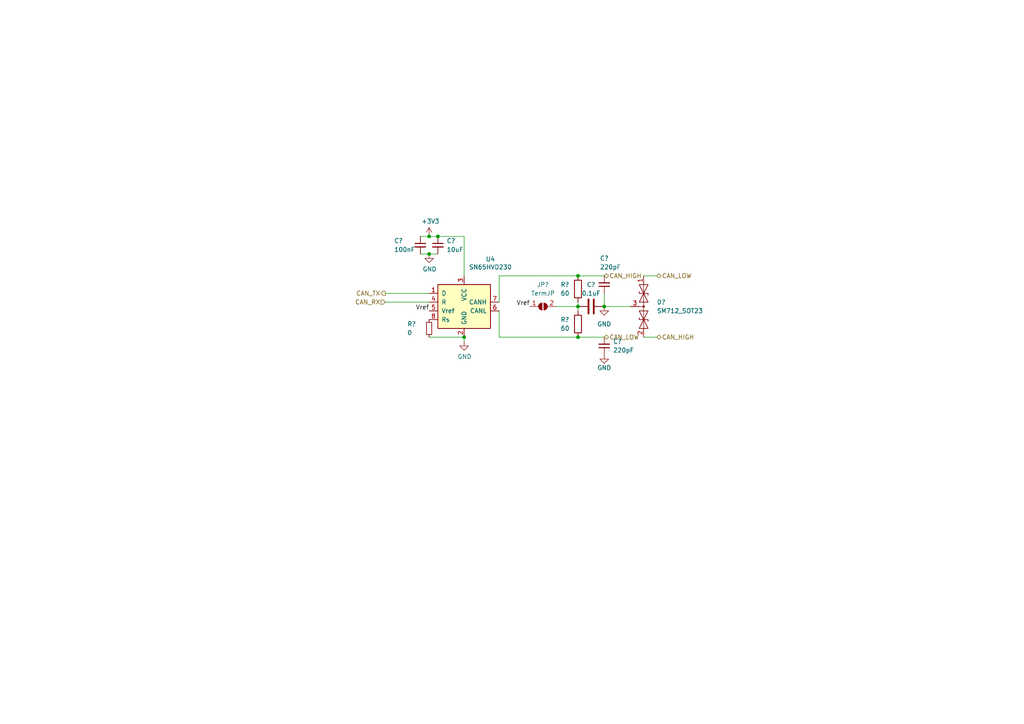
<source format=kicad_sch>
(kicad_sch (version 20211123) (generator eeschema)
  (paper "A4")
  (lib_symbols
    (symbol "Device:C" (pin_numbers hide) (pin_names (offset 0.254))
      (property "Reference" "C" (at 0.635 2.54 0))
      (property "Value" "C" (at 0.635 -2.54 0))
      (symbol "C_0_1"
        (polyline (pts (xy -2.032 -0.762) (xy 2.032 -0.762)) (stroke (width 0.508)))
        (polyline (pts (xy -2.032 0.762) (xy 2.032 0.762)) (stroke (width 0.508)))
      )
      (symbol "C_1_1"
        (pin passive line (at 0 3.81 270) (length 2.794) (name "~") (number "1"))
        (pin passive line (at 0 -3.81 90) (length 2.794) (name "~") (number "2"))
      )
    )
    (symbol "Device:C_Small" (pin_numbers hide) (pin_names (offset 0.254) hide)
      (property "Reference" "C" (at 0.254 1.778 0))
      (property "Value" "C_Small" (at 0.254 -2.032 0))
      (symbol "C_Small_0_1"
        (polyline (pts (xy -1.524 -0.508) (xy 1.524 -0.508)) (stroke (width 0.3302)))
        (polyline (pts (xy -1.524 0.508) (xy 1.524 0.508)) (stroke (width 0.3048)))
      )
      (symbol "C_Small_1_1"
        (pin passive line (at 0 2.54 270) (length 2.032) (name "~") (number "1"))
        (pin passive line (at 0 -2.54 90) (length 2.032) (name "~") (number "2"))
      )
    )
    (symbol "Device:R" (pin_numbers hide) (pin_names (offset 0))
      (property "Reference" "R" (at 2.032 0 90))
      (property "Value" "R" (at 0 0 90))
      (symbol "R_0_1"
        (rectangle (start -1.016 -2.54) (end 1.016 2.54) (stroke (width 0.254)))
      )
      (symbol "R_1_1"
        (pin passive line (at 0 3.81 270) (length 1.27) (name "~") (number "1"))
        (pin passive line (at 0 -3.81 90) (length 1.27) (name "~") (number "2"))
      )
    )
    (symbol "Device:R_Small" (pin_numbers hide) (pin_names (offset 0.254) hide)
      (property "Reference" "R" (at 0.762 0.508 0))
      (property "Value" "R_Small" (at 0.762 -1.016 0))
      (symbol "R_Small_0_1"
        (rectangle (start -0.762 1.778) (end 0.762 -1.778) (stroke (width 0.2032)))
      )
      (symbol "R_Small_1_1"
        (pin passive line (at 0 2.54 270) (length 0.762) (name "~") (number "1"))
        (pin passive line (at 0 -2.54 90) (length 0.762) (name "~") (number "2"))
      )
    )
    (symbol "Diode:SM712_SOT23" (pin_names (offset 1.016) hide)
      (property "Reference" "D" (at 0 4.445 0))
      (property "Value" "SM712_SOT23" (at 0 2.54 0))
      (symbol "SM712_SOT23_0_0"
        (polyline (pts (xy 0 -1.27) (xy 0 0)))
      )
      (symbol "SM712_SOT23_0_1"
        (polyline (pts (xy -6.35 0) (xy 6.35 0)))
        (polyline (pts (xy -3.302 1.27) (xy -3.81 1.27) (xy -3.81 -1.27) (xy -4.318 -1.27)) (stroke (width 0.2032)))
        (polyline (pts (xy 4.318 1.27) (xy 3.81 1.27) (xy 3.81 -1.27) (xy 3.302 -1.27)) (stroke (width 0.2032)))
        (polyline (pts (xy -6.35 -1.27) (xy -1.27 1.27) (xy -1.27 -1.27) (xy -6.35 1.27) (xy -6.35 -1.27)) (stroke (width 0.2032)))
        (polyline (pts (xy 1.27 -1.27) (xy 1.27 1.27) (xy 6.35 -1.27) (xy 6.35 1.27) (xy 1.27 -1.27)) (stroke (width 0.2032)))
        (circle (center 0 0) (radius 0.254) (fill (type outline)))
      )
      (symbol "SM712_SOT23_1_1"
        (pin passive line (at -8.89 0 0) (length 2.54) (name "A1") (number "1"))
        (pin passive line (at 8.89 0 180) (length 2.54) (name "A2") (number "2"))
        (pin input line (at 0 -3.81 90) (length 2.54) (name "common") (number "3"))
      )
    )
    (symbol "Interface_CAN_LIN:SN65HVD230" (pin_names (offset 1.016))
      (property "Reference" "U" (at -2.54 10.16 0))
      (property "Value" "SN65HVD230" (at -2.54 7.62 0))
      (symbol "SN65HVD230_0_1"
        (rectangle (start -7.62 5.08) (end 7.62 -7.62) (stroke (width 0.254)) (fill (type background)))
      )
      (symbol "SN65HVD230_1_1"
        (pin input line (at -10.16 2.54 0) (length 2.54) (name "D") (number "1"))
        (pin power_in line (at 0 -10.16 90) (length 2.54) (name "GND") (number "2"))
        (pin power_in line (at 0 7.62 270) (length 2.54) (name "VCC") (number "3"))
        (pin output line (at -10.16 0 0) (length 2.54) (name "R") (number "4"))
        (pin output line (at -10.16 -2.54 0) (length 2.54) (name "Vref") (number "5"))
        (pin bidirectional line (at 10.16 -2.54 180) (length 2.54) (name "CANL") (number "6"))
        (pin bidirectional line (at 10.16 0 180) (length 2.54) (name "CANH") (number "7"))
        (pin input line (at -10.16 -5.08 0) (length 2.54) (name "Rs") (number "8"))
      )
    )
    (symbol "Jumper:SolderJumper_2_Open" (pin_names (offset 0) hide)
      (property "Reference" "JP" (at 0 2.032 0))
      (property "Value" "SolderJumper_2_Open" (at 0 -2.54 0))
      (symbol "SolderJumper_2_Open_0_1"
        (arc (start -0.254 1.016) (mid -1.27 0) (end -0.254 -1.016))
        (arc (start -0.254 1.016) (mid -1.27 0) (end -0.254 -1.016) (fill (type outline)))
        (polyline (pts (xy -0.254 1.016) (xy -0.254 -1.016)))
        (polyline (pts (xy 0.254 1.016) (xy 0.254 -1.016)))
        (arc (start 0.254 -1.016) (mid 1.27 0) (end 0.254 1.016))
        (arc (start 0.254 -1.016) (mid 1.27 0) (end 0.254 1.016) (fill (type outline)))
      )
      (symbol "SolderJumper_2_Open_1_1"
        (pin passive line (at -3.81 0 0) (length 2.54) (name "A") (number "1"))
        (pin passive line (at 3.81 0 180) (length 2.54) (name "B") (number "2"))
      )
    )
    (symbol "power:+3.3V" (power) (pin_names (offset 0))
      (property "Value" "+3.3V" (at 0 3.556 0))
      (symbol "+3.3V_0_1"
        (polyline (pts (xy -0.762 1.27) (xy 0 2.54)))
        (polyline (pts (xy 0 0) (xy 0 2.54)))
        (polyline (pts (xy 0 2.54) (xy 0.762 1.27)))
      )
      (symbol "+3.3V_1_1"
        (pin power_in line (at 0 0 90) (length 0) hide (name "+3V3") (number "1"))
      )
    )
    (symbol "power:GND" (power) (pin_names (offset 0))
      (property "Value" "GND" (at 0 -3.81 0))
      (symbol "GND_0_1"
        (polyline (pts (xy 0 0) (xy 0 -1.27) (xy 1.27 -1.27) (xy 0 -2.54) (xy -1.27 -1.27) (xy 0 -1.27)))
      )
      (symbol "GND_1_1"
        (pin power_in line (at 0 0 270) (length 0) hide (name "GND") (number "1"))
      )
    )
  )
  (junction (at 124.46 73.66))
  (junction (at 167.64 88.9))
  (junction (at 124.46 68.58))
  (junction (at 167.64 80.01))
  (junction (at 175.26 88.9))
  (junction (at 167.64 97.79))
  (junction (at 127 68.58))
  (junction (at 134.62 97.79))
  (wire (pts (xy 186.69 97.79) (xy 190.5 97.79)))
  (wire (pts (xy 134.62 68.58) (xy 134.62 80.01)))
  (wire (pts (xy 121.92 73.66) (xy 124.46 73.66)))
  (wire (pts (xy 144.78 90.17) (xy 144.78 97.79)))
  (wire (pts (xy 175.26 85.09) (xy 175.26 88.9)))
  (wire (pts (xy 124.46 68.58) (xy 127 68.58)))
  (wire (pts (xy 175.26 88.9) (xy 182.88 88.9)))
  (wire (pts (xy 111.76 87.63) (xy 124.46 87.63)))
  (wire (pts (xy 167.64 97.79) (xy 175.26 97.79)))
  (wire (pts (xy 124.46 73.66) (xy 127 73.66)))
  (wire (pts (xy 167.64 88.9) (xy 167.64 90.17)))
  (wire (pts (xy 186.69 80.01) (xy 190.5 80.01)))
  (wire (pts (xy 111.76 85.09) (xy 124.46 85.09)))
  (wire (pts (xy 144.78 97.79) (xy 167.64 97.79)))
  (wire (pts (xy 167.64 87.63) (xy 167.64 88.9)))
  (wire (pts (xy 161.29 88.9) (xy 167.64 88.9)))
  (wire (pts (xy 124.46 97.79) (xy 134.62 97.79)))
  (wire (pts (xy 127 68.58) (xy 134.62 68.58)))
  (wire (pts (xy 121.92 68.58) (xy 124.46 68.58)))
  (wire (pts (xy 167.64 80.01) (xy 175.26 80.01)))
  (wire (pts (xy 134.62 99.06) (xy 134.62 97.79)))
  (wire (pts (xy 144.78 87.63) (xy 144.78 80.01)))
  (wire (pts (xy 144.78 80.01) (xy 167.64 80.01)))
  (label "Vref" (at 124.46 90.17 180))
  (label "Vref" (at 153.67 88.9 180))
  (hierarchical_label "CAN_RX" (shape input) (at 111.76 87.63 180))
  (hierarchical_label "CAN_HIGH" (shape bidirectional) (at 175.26 80.01 0))
  (hierarchical_label "CAN_TX" (shape output) (at 111.76 85.09 180))
  (hierarchical_label "CAN_HIGH" (shape bidirectional) (at 190.5 97.79 0))
  (hierarchical_label "CAN_LOW" (shape bidirectional) (at 190.5 80.01 0))
  (hierarchical_label "CAN_LOW" (shape bidirectional) (at 175.26 97.79 0))
  (symbol (lib_id "power:GND") (at 134.62 99.06 0) (unit 1)
    (property "Reference" "#PWR0130" (effects hide))
    (property "Value" "GND" (at 134.747 103.4542 0))
  )
  (symbol (lib_id "power:+3.3V") (at 124.46 68.58 0) (unit 1)
    (property "Reference" "#PWR0131" (effects hide))
    (property "Value" "+3.3V" (at 124.841 64.1858 0))
  )
  (symbol (lib_id "Interface_CAN_LIN:SN65HVD230") (at 134.62 87.63 0) (unit 1)
    (property "Reference" "U4" (at 142.24 75.1586 0))
    (property "Value" "SN65HVD230" (at 142.24 77.47 0))
    (property "Footprint" "Package_SO:SOIC-8_3.9x4.9mm_P1.27mm" (effects hide))
    (property "Datasheet" "http://www.ti.com/lit/ds/symlink/sn65hvd230.pdf" (effects hide))
  )
  (symbol (lib_id "Device:C_Small") (at 127 71.12 0) (unit 1)
    (property "Reference" "C?" (at 129.54 69.8562 0) (effects (justify left)))
    (property "Value" "10uF" (at 129.54 72.3962 0) (effects (justify left)))
    (property "Footprint" "Capacitor_SMD:C_0402_1005Metric" (effects hide))
  )
  (symbol (lib_id "Device:C_Small") (at 175.26 82.55 180) (unit 1)
    (property "Reference" "C?" (at 173.99 74.93 0) (effects (justify right)))
    (property "Value" "220pF" (at 173.99 77.47 0) (effects (justify right)))
    (property "Footprint" "Capacitor_SMD:C_0402_1005Metric" (effects hide))
  )
  (symbol (lib_id "Diode:SM712_SOT23") (at 186.69 88.9 270) (unit 1)
    (property "Reference" "D?" (at 190.5 87.63 90) (effects (justify left)))
    (property "Value" "SM712_SOT23" (at 190.5 90.17 90) (effects (justify left)))
    (property "Footprint" "Package_TO_SOT_SMD:SOT-23" (effects hide))
    (property "Datasheet" "https://www.littelfuse.com/~/media/electronics/datasheets/tvs_diode_arrays/littelfuse_tvs_diode_array_sm712_datasheet.pdf.pdf" (effects hide))
  )
  (symbol (lib_id "power:GND") (at 175.26 88.9 0) (unit 1)
    (property "Reference" "#PWR?" (effects hide))
    (property "Value" "GND" (at 175.26 93.98 0))
  )
  (symbol (lib_id "power:GND") (at 175.26 102.87 0) (unit 1)
    (property "Reference" "#PWR?" (effects hide))
    (property "Value" "GND" (at 175.26 106.68 0))
  )
  (symbol (lib_id "Device:C_Small") (at 121.92 71.12 0) (unit 1)
    (property "Reference" "C?" (at 114.3 69.85 0) (effects (justify left)))
    (property "Value" "100nF" (at 114.3 72.39 0) (effects (justify left)))
    (property "Footprint" "Capacitor_SMD:C_0402_1005Metric" (effects hide))
  )
  (symbol (lib_id "Device:R_Small") (at 124.46 95.25 0) (unit 1)
    (property "Reference" "R?" (at 118.11 93.98 0) (effects (justify left)))
    (property "Value" "0" (at 118.11 96.52 0) (effects (justify left)))
    (property "Footprint" "Resistor_SMD:R_0603_1608Metric" (effects hide))
  )
  (symbol (lib_id "Device:R") (at 167.64 93.98 0) (unit 1)
    (property "Reference" "R?" (at 162.56 92.71 0) (effects (justify left)))
    (property "Value" "60" (at 162.56 95.25 0) (effects (justify left)))
    (property "Footprint" "Resistor_SMD:R_0402_1005Metric" (effects hide))
  )
  (symbol (lib_id "Device:R") (at 167.64 83.82 0) (unit 1)
    (property "Reference" "R?" (at 162.56 82.55 0) (effects (justify left)))
    (property "Value" "60" (at 162.56 85.09 0) (effects (justify left)))
    (property "Footprint" "Resistor_SMD:R_0402_1005Metric" (effects hide))
  )
  (symbol (lib_id "Device:C") (at 171.45 88.9 90) (unit 1)
    (property "Reference" "C?" (at 171.45 82.55 90))
    (property "Value" "0.1uF" (at 171.45 85.09 90))
    (property "Footprint" "Capacitor_SMD:C_0402_1005Metric" (effects hide))
  )
  (symbol (lib_id "power:GND") (at 124.46 73.66 0) (unit 1)
    (property "Reference" "#PWR?" (effects hide))
    (property "Value" "GND" (at 124.587 78.0542 0))
  )
  (symbol (lib_id "Jumper:SolderJumper_2_Open") (at 157.48 88.9 0) (unit 1)
    (property "Reference" "JP?" (at 157.48 82.55 0))
    (property "Value" "TermJP" (at 157.48 85.09 0))
  )
  (symbol (lib_id "Device:C_Small") (at 175.26 100.33 180) (unit 1)
    (property "Reference" "C?" (at 177.8 99.0535 0) (effects (justify right)))
    (property "Value" "220pF" (at 177.8 101.5935 0) (effects (justify right)))
    (property "Footprint" "Capacitor_SMD:C_0402_1005Metric" (effects hide))
  )
)
</source>
